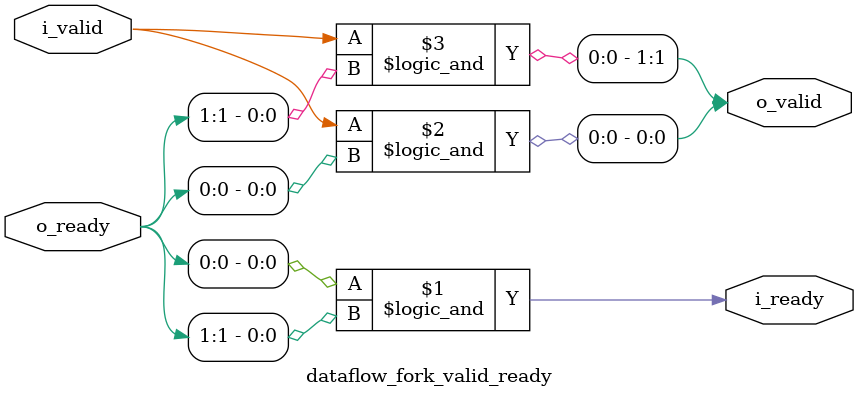
<source format=v>
`default_nettype none


module dataflow_fork_valid_ready(
    input wire i_valid,
    output wire i_ready,
    output wire [1:0] o_valid,
    input wire [1:0] o_ready
);

    assign i_ready = o_ready[0] && o_ready[1];
    assign o_valid = { i_valid && o_ready[1], i_valid && o_ready[0] };

endmodule
</source>
